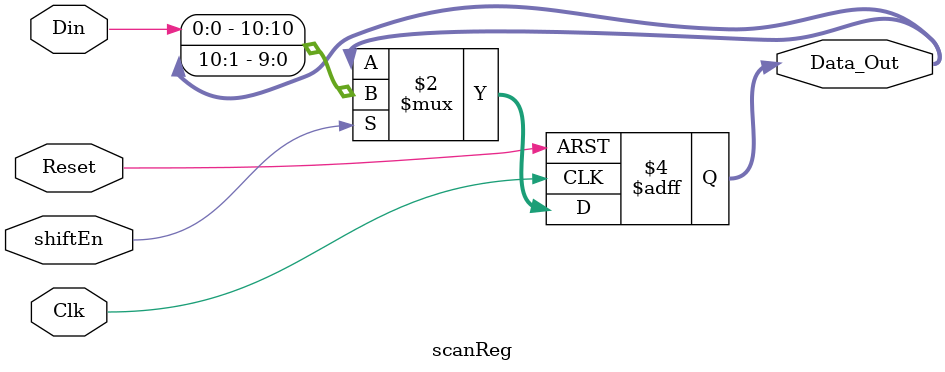
<source format=sv>
module scanReg(input  logic Clk, Reset, Din, shiftEn,
					output logic [10:0] Data_Out);

always_ff @ (posedge Clk or posedge Reset)
	begin
		if (Reset)
			Data_Out <= 11'b0;
		else if (shiftEn)
			Data_Out <= {Din, Data_Out[10:1]};
	end

endmodule
		
</source>
